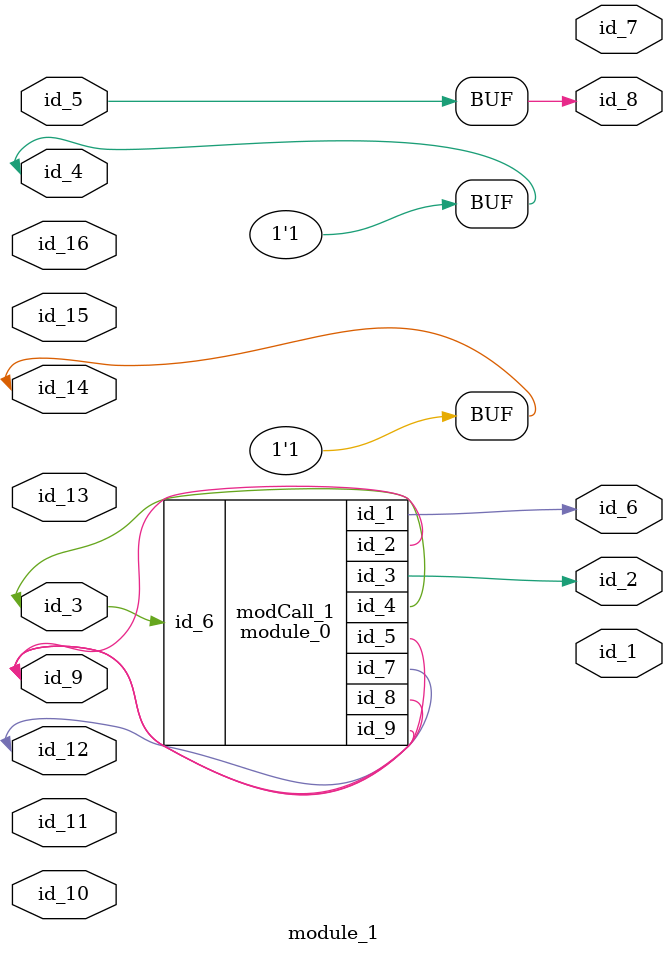
<source format=v>
module module_0 (
    id_1,
    id_2,
    id_3,
    id_4,
    id_5,
    id_6,
    id_7,
    id_8,
    id_9
);
  inout wire id_9;
  inout wire id_8;
  output wire id_7;
  input wire id_6;
  output wire id_5;
  output wire id_4;
  output wire id_3;
  output wire id_2;
  output wire id_1;
endmodule
module module_1 (
    id_1,
    id_2,
    id_3,
    id_4,
    id_5,
    id_6,
    id_7,
    id_8,
    id_9,
    id_10,
    id_11,
    id_12,
    id_13,
    id_14,
    id_15,
    id_16
);
  input wire id_16;
  input wire id_15;
  inout wire id_14;
  input wire id_13;
  inout wire id_12;
  input wire id_11;
  input wire id_10;
  inout wire id_9;
  output wire id_8;
  output wire id_7;
  output wire id_6;
  input wire id_5;
  inout wire id_4;
  inout wire id_3;
  output wire id_2;
  output wire id_1;
  initial begin : LABEL_0
    id_8  <= id_5;
    id_4  <= 1;
    id_14 <= 1;
  end
  module_0 modCall_1 (
      id_6,
      id_9,
      id_2,
      id_3,
      id_9,
      id_3,
      id_12,
      id_9,
      id_9
  );
endmodule

</source>
